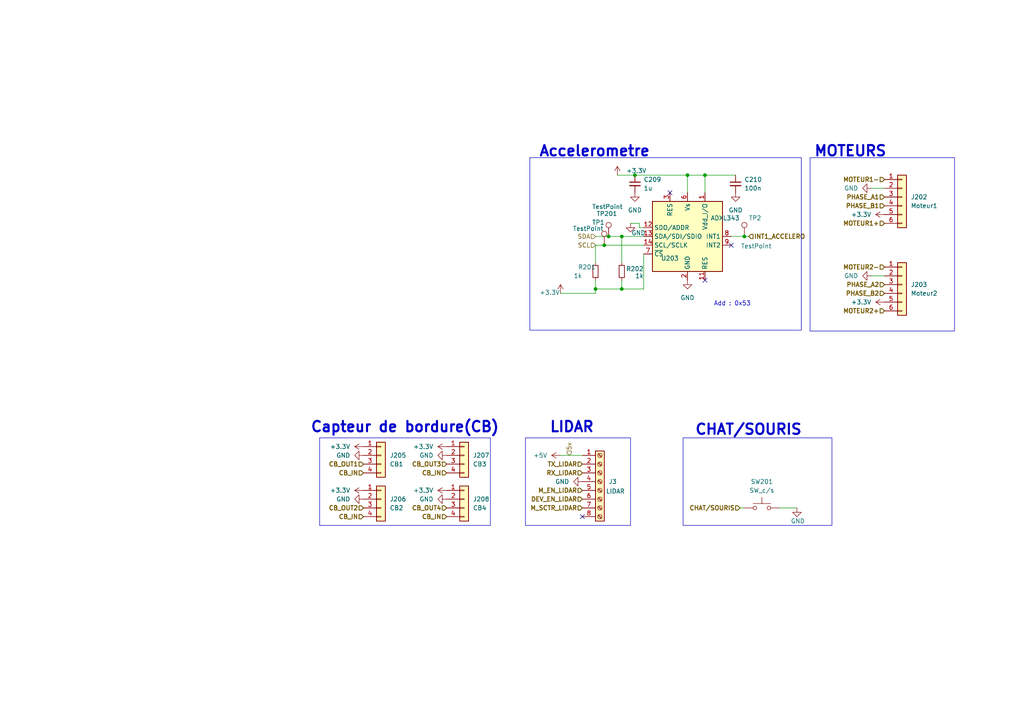
<source format=kicad_sch>
(kicad_sch (version 20231120) (generator "eeschema") (generator_version "8.0")
  (paper "A4")
  (title_block (title "ESE_BAHL") (date "2024-09-17") (rev "v1.09.24") (company "ENSEA"))
  (lib_symbols
    (symbol "+3.3V_1" (power) (pin_numbers hide) (pin_names (offset 0) hide)
      (property "Value" "+3.3V" (at 0 3.556 0))
      (symbol "+3.3V_1_0_1"
        (polyline (pts (xy -0.762 1.27) (xy 0 2.54)))
        (polyline (pts (xy 0 0) (xy 0 2.54)))
        (polyline (pts (xy 0 2.54) (xy 0.762 1.27)))
      )
      (symbol "+3.3V_1_1_1"
        (pin power_in line (at 0 0 90) (length 0) (name "~") (number "1"))
      )
    )
    (symbol "Connector:Screw_Terminal_01x08" (pin_names (offset 1.016) hide)
      (property "Reference" "J" (at 0 10.16 0))
      (property "Value" "Screw_Terminal_01x08" (at 0 -12.7 0))
      (symbol "Screw_Terminal_01x08_1_1"
        (rectangle (start -1.27 8.89) (end 1.27 -11.43) (stroke (width 0.254)) (fill (type background)))
        (circle (center 0 -10.16) (radius 0.635) (stroke (width 0.1524)))
        (circle (center 0 -7.62) (radius 0.635) (stroke (width 0.1524)))
        (circle (center 0 -5.08) (radius 0.635) (stroke (width 0.1524)))
        (circle (center 0 -2.54) (radius 0.635) (stroke (width 0.1524)))
        (polyline (pts (xy -0.5334 -9.8298) (xy 0.3302 -10.668)) (stroke (width 0.1524)))
        (polyline (pts (xy -0.5334 -7.2898) (xy 0.3302 -8.128)) (stroke (width 0.1524)))
        (polyline (pts (xy -0.5334 -4.7498) (xy 0.3302 -5.588)) (stroke (width 0.1524)))
        (polyline (pts (xy -0.5334 -2.2098) (xy 0.3302 -3.048)) (stroke (width 0.1524)))
        (polyline (pts (xy -0.5334 0.3302) (xy 0.3302 -0.508)) (stroke (width 0.1524)))
        (polyline (pts (xy -0.5334 2.8702) (xy 0.3302 2.032)) (stroke (width 0.1524)))
        (polyline (pts (xy -0.5334 5.4102) (xy 0.3302 4.572)) (stroke (width 0.1524)))
        (polyline (pts (xy -0.5334 7.9502) (xy 0.3302 7.112)) (stroke (width 0.1524)))
        (polyline (pts (xy -0.3556 -9.652) (xy 0.508 -10.4902)) (stroke (width 0.1524)))
        (polyline (pts (xy -0.3556 -7.112) (xy 0.508 -7.9502)) (stroke (width 0.1524)))
        (polyline (pts (xy -0.3556 -4.572) (xy 0.508 -5.4102)) (stroke (width 0.1524)))
        (polyline (pts (xy -0.3556 -2.032) (xy 0.508 -2.8702)) (stroke (width 0.1524)))
        (polyline (pts (xy -0.3556 0.508) (xy 0.508 -0.3302)) (stroke (width 0.1524)))
        (polyline (pts (xy -0.3556 3.048) (xy 0.508 2.2098)) (stroke (width 0.1524)))
        (polyline (pts (xy -0.3556 5.588) (xy 0.508 4.7498)) (stroke (width 0.1524)))
        (polyline (pts (xy -0.3556 8.128) (xy 0.508 7.2898)) (stroke (width 0.1524)))
        (circle (center 0 0) (radius 0.635) (stroke (width 0.1524)))
        (circle (center 0 2.54) (radius 0.635) (stroke (width 0.1524)))
        (circle (center 0 5.08) (radius 0.635) (stroke (width 0.1524)))
        (circle (center 0 7.62) (radius 0.635) (stroke (width 0.1524)))
        (pin passive line (at -5.08 7.62 0) (length 3.81) (name "Pin_1") (number "1"))
        (pin passive line (at -5.08 5.08 0) (length 3.81) (name "Pin_2") (number "2"))
        (pin passive line (at -5.08 2.54 0) (length 3.81) (name "Pin_3") (number "3"))
        (pin passive line (at -5.08 0 0) (length 3.81) (name "Pin_4") (number "4"))
        (pin passive line (at -5.08 -2.54 0) (length 3.81) (name "Pin_5") (number "5"))
        (pin passive line (at -5.08 -5.08 0) (length 3.81) (name "Pin_6") (number "6"))
        (pin passive line (at -5.08 -7.62 0) (length 3.81) (name "Pin_7") (number "7"))
        (pin passive line (at -5.08 -10.16 0) (length 3.81) (name "Pin_8") (number "8"))
      )
    )
    (symbol "Connector:TestPoint" (pin_numbers hide) (pin_names (offset 0.762) hide)
      (property "Reference" "TP" (at 0 6.858 0))
      (property "Value" "TestPoint" (at 0 5.08 0))
      (symbol "TestPoint_0_1"
        (circle (center 0 3.302) (radius 0.762))
      )
      (symbol "TestPoint_1_1"
        (pin passive line (at 0 0 90) (length 2.54) (name "1") (number "1"))
      )
    )
    (symbol "Connector_Generic:Conn_01x04" (pin_names (offset 1.016) hide)
      (property "Reference" "J" (at 0 5.08 0))
      (property "Value" "Conn_01x04" (at 0 -7.62 0))
      (symbol "Conn_01x04_1_1"
        (rectangle (start -1.27 -4.953) (end 0 -5.207) (stroke (width 0.1524)))
        (rectangle (start -1.27 -2.413) (end 0 -2.667) (stroke (width 0.1524)))
        (rectangle (start -1.27 0.127) (end 0 -0.127) (stroke (width 0.1524)))
        (rectangle (start -1.27 2.667) (end 0 2.413) (stroke (width 0.1524)))
        (rectangle (start -1.27 3.81) (end 1.27 -6.35) (stroke (width 0.254)) (fill (type background)))
        (pin passive line (at -5.08 2.54 0) (length 3.81) (name "Pin_1") (number "1"))
        (pin passive line (at -5.08 0 0) (length 3.81) (name "Pin_2") (number "2"))
        (pin passive line (at -5.08 -2.54 0) (length 3.81) (name "Pin_3") (number "3"))
        (pin passive line (at -5.08 -5.08 0) (length 3.81) (name "Pin_4") (number "4"))
      )
    )
    (symbol "Connector_Generic:Conn_01x06" (pin_names (offset 1.016) hide)
      (property "Reference" "J" (at 0 7.62 0))
      (property "Value" "Conn_01x06" (at 0 -10.16 0))
      (symbol "Conn_01x06_1_1"
        (rectangle (start -1.27 -7.493) (end 0 -7.747) (stroke (width 0.1524)))
        (rectangle (start -1.27 -4.953) (end 0 -5.207) (stroke (width 0.1524)))
        (rectangle (start -1.27 -2.413) (end 0 -2.667) (stroke (width 0.1524)))
        (rectangle (start -1.27 0.127) (end 0 -0.127) (stroke (width 0.1524)))
        (rectangle (start -1.27 2.667) (end 0 2.413) (stroke (width 0.1524)))
        (rectangle (start -1.27 5.207) (end 0 4.953) (stroke (width 0.1524)))
        (rectangle (start -1.27 6.35) (end 1.27 -8.89) (stroke (width 0.254)) (fill (type background)))
        (pin passive line (at -5.08 5.08 0) (length 3.81) (name "Pin_1") (number "1"))
        (pin passive line (at -5.08 2.54 0) (length 3.81) (name "Pin_2") (number "2"))
        (pin passive line (at -5.08 0 0) (length 3.81) (name "Pin_3") (number "3"))
        (pin passive line (at -5.08 -2.54 0) (length 3.81) (name "Pin_4") (number "4"))
        (pin passive line (at -5.08 -5.08 0) (length 3.81) (name "Pin_5") (number "5"))
        (pin passive line (at -5.08 -7.62 0) (length 3.81) (name "Pin_6") (number "6"))
      )
    )
    (symbol "Device:C_Small" (pin_numbers hide) (pin_names (offset 0.254) hide)
      (property "Reference" "C" (at 0.254 1.778 0))
      (property "Value" "C_Small" (at 0.254 -2.032 0))
      (symbol "C_Small_0_1"
        (polyline (pts (xy -1.524 -0.508) (xy 1.524 -0.508)) (stroke (width 0.3302)))
        (polyline (pts (xy -1.524 0.508) (xy 1.524 0.508)) (stroke (width 0.3048)))
      )
      (symbol "C_Small_1_1"
        (pin passive line (at 0 2.54 270) (length 2.032) (name "~") (number "1"))
        (pin passive line (at 0 -2.54 90) (length 2.032) (name "~") (number "2"))
      )
    )
    (symbol "Device:R_Small" (pin_numbers hide) (pin_names (offset 0.254) hide)
      (property "Reference" "R" (at 0.762 0.508 0))
      (property "Value" "R_Small" (at 0.762 -1.016 0))
      (symbol "R_Small_0_1"
        (rectangle (start -0.762 1.778) (end 0.762 -1.778) (stroke (width 0.2032)))
      )
      (symbol "R_Small_1_1"
        (pin passive line (at 0 2.54 270) (length 0.762) (name "~") (number "1"))
        (pin passive line (at 0 -2.54 90) (length 0.762) (name "~") (number "2"))
      )
    )
    (symbol "Sensor_Motion:ADXL343"
      (property "Reference" "U" (at -8.89 11.43 0))
      (property "Value" "ADXL343" (at -7.62 -11.43 0))
      (symbol "ADXL343_0_1"
        (rectangle (start -10.16 10.16) (end 10.16 -10.16) (stroke (width 0.254)) (fill (type background)))
      )
      (symbol "ADXL343_1_1"
        (pin power_in line (at 5.08 12.7 270) (length 2.54) (name "Vdd_I/O") (number "1"))
        (pin no_connect line (at -5.08 -10.16 90) (length 2.54) hide (name "NC") (number "10"))
        (pin passive line (at 5.08 -12.7 90) (length 2.54) (name "RES") (number "11"))
        (pin bidirectional line (at -12.7 2.54 0) (length 2.54) (name "SDO/ADDR") (number "12"))
        (pin bidirectional line (at -12.7 0 0) (length 2.54) (name "SDA/SDI/SDIO") (number "13"))
        (pin input line (at -12.7 -2.54 0) (length 2.54) (name "SCL/SCLK") (number "14"))
        (pin power_in line (at 0 -12.7 90) (length 2.54) (name "GND") (number "2"))
        (pin passive line (at -5.08 12.7 270) (length 2.54) (name "RES") (number "3"))
        (pin passive line (at 0 -12.7 90) (length 2.54) hide (name "GND") (number "4"))
        (pin passive line (at 0 -12.7 90) (length 2.54) hide (name "GND") (number "5"))
        (pin power_in line (at 0 12.7 270) (length 2.54) (name "Vs") (number "6"))
        (pin input line (at -12.7 -5.08 0) (length 2.54) (name "~{CS}") (number "7"))
        (pin output line (at 12.7 0 180) (length 2.54) (name "INT1") (number "8"))
        (pin output line (at 12.7 -2.54 180) (length 2.54) (name "INT2") (number "9"))
      )
    )
    (symbol "Switch:SW_Push" (pin_numbers hide) (pin_names (offset 1.016) hide)
      (property "Reference" "SW" (at 1.27 2.54 0))
      (property "Value" "SW_Push" (at 0 -1.524 0))
      (symbol "SW_Push_0_1"
        (circle (center -2.032 0) (radius 0.508))
        (polyline (pts (xy 0 1.27) (xy 0 3.048)))
        (polyline (pts (xy 2.54 1.27) (xy -2.54 1.27)))
        (circle (center 2.032 0) (radius 0.508))
        (pin passive line (at -5.08 0 0) (length 2.54) (name "1") (number "1"))
        (pin passive line (at 5.08 0 180) (length 2.54) (name "2") (number "2"))
      )
    )
    (symbol "power:+3.3V" (power) (pin_names (offset 0))
      (property "Value" "+3.3V" (at 0 3.556 0))
      (symbol "+3.3V_0_1"
        (polyline (pts (xy -0.762 1.27) (xy 0 2.54)))
        (polyline (pts (xy 0 0) (xy 0 2.54)))
        (polyline (pts (xy 0 2.54) (xy 0.762 1.27)))
      )
      (symbol "+3.3V_1_1"
        (pin power_in line (at 0 0 90) (length 0) hide (name "+3.3V") (number "1"))
      )
    )
    (symbol "power:+5V" (power) (pin_names (offset 0))
      (property "Value" "+5V" (at 0 3.556 0))
      (symbol "+5V_0_1"
        (polyline (pts (xy -0.762 1.27) (xy 0 2.54)))
        (polyline (pts (xy 0 0) (xy 0 2.54)))
        (polyline (pts (xy 0 2.54) (xy 0.762 1.27)))
      )
      (symbol "+5V_1_1"
        (pin power_in line (at 0 0 90) (length 0) hide (name "+5V") (number "1"))
      )
    )
    (symbol "power:GND" (power) (pin_names (offset 0))
      (property "Value" "GND" (at 0 -3.81 0))
      (symbol "GND_0_1"
        (polyline (pts (xy 0 0) (xy 0 -1.27) (xy 1.27 -1.27) (xy 0 -2.54) (xy -1.27 -1.27) (xy 0 -1.27)))
      )
      (symbol "GND_1_1"
        (pin power_in line (at 0 0 270) (length 0) hide (name "GND") (number "1"))
      )
    )
  )
  (junction (at 204.47 50.8))
  (junction (at 184.15 50.8))
  (junction (at 175.26 71.12))
  (junction (at 215.9 68.58))
  (junction (at 180.34 83.82))
  (junction (at 172.72 83.82))
  (junction (at 176.53 68.58))
  (junction (at 180.34 68.58))
  (junction (at 199.39 50.8))
  (no_connect (at 168.91 149.86))
  (no_connect (at 212.09 71.12))
  (no_connect (at 204.47 81.28))
  (no_connect (at 194.31 55.88))
  (wire (pts (xy 162.56 85.09) (xy 172.72 85.09)))
  (wire (pts (xy 199.39 50.8) (xy 204.47 50.8)))
  (wire (pts (xy 186.69 68.58) (xy 180.34 68.58)))
  (wire (pts (xy 179.07 50.8) (xy 184.15 50.8)))
  (wire (pts (xy 172.72 68.58) (xy 176.53 68.58)))
  (wire (pts (xy 186.69 71.12) (xy 175.26 71.12)))
  (wire (pts (xy 175.26 71.12) (xy 172.72 71.12)))
  (wire (pts (xy 182.88 64.77) (xy 185.42 64.77)))
  (wire (pts (xy 180.34 68.58) (xy 180.34 76.2)))
  (wire (pts (xy 172.72 71.12) (xy 172.72 76.2)))
  (wire (pts (xy 226.06 147.32) (xy 231.14 147.32)))
  (wire (pts (xy 199.39 50.8) (xy 184.15 50.8)))
  (wire (pts (xy 180.34 81.28) (xy 180.34 83.82)))
  (wire (pts (xy 204.47 55.88) (xy 204.47 50.8)))
  (wire (pts (xy 185.42 64.77) (xy 185.42 66.04)))
  (wire (pts (xy 172.72 83.82) (xy 180.34 83.82)))
  (wire (pts (xy 256.54 54.61) (xy 252.73 54.61)))
  (wire (pts (xy 215.9 68.58) (xy 212.09 68.58)))
  (wire (pts (xy 214.63 147.32) (xy 215.9 147.32)))
  (wire (pts (xy 199.39 55.88) (xy 199.39 50.8)))
  (wire (pts (xy 256.54 80.01) (xy 252.73 80.01)))
  (wire (pts (xy 176.53 68.58) (xy 180.34 68.58)))
  (wire (pts (xy 204.47 50.8) (xy 213.36 50.8)))
  (wire (pts (xy 186.69 73.66) (xy 186.69 83.82)))
  (wire (pts (xy 185.42 66.04) (xy 186.69 66.04)))
  (wire (pts (xy 172.72 85.09) (xy 172.72 83.82)))
  (wire (pts (xy 180.34 83.82) (xy 186.69 83.82)))
  (wire (pts (xy 172.72 83.82) (xy 172.72 81.28)))
  (wire (pts (xy 217.17 68.58) (xy 215.9 68.58)))
  (wire (pts (xy 162.56 132.08) (xy 168.91 132.08)))
  (rectangle (start 234.95 45.72) (end 276.86 96.012))
  (rectangle (start 153.67 45.72) (end 232.41 95.758))
  (rectangle (start 198.12 127) (end 241.3 152.4))
  (rectangle (start 92.71 127) (end 142.24 152.4))
  (rectangle (start 152.4 127) (end 182.88 152.4))
  (text "LIDAR" (at 159.258 125.73 0) (effects (font (size 3 3) (bold yes)) (justify left bottom)))
  (text "MOTEURS" (at 235.966 45.72 0) (effects (font (size 3 3) (bold yes)) (justify left bottom)))
  (text "Accelerometre" (at 156.21 45.72 0) (effects (font (size 3 3) (bold yes)) (justify left bottom)))
  (text "Capteur de bordure(CB)" (at 89.916 125.73 0) (effects (font (size 3 3) (bold yes)) (justify left bottom)))
  (text "Add : 0x53" (at 207.01 88.9 0) (effects (font (size 1.27 1.27)) (justify left bottom)))
  (text "CHAT/SOURIS" (at 201.422 126.492 0) (effects (font (size 3 3) (bold yes)) (justify left bottom)))
  (hierarchical_label "TX_LIDAR" (shape input) (at 168.91 134.62 180) (effects (font (bold yes))))
  (hierarchical_label "CHAT{slash}SOURIS" (shape input) (at 214.63 147.32 180) (effects (font (bold yes))))
  (hierarchical_label "CB_OUT3" (shape input) (at 129.54 134.62 180) (effects (font (bold yes))))
  (hierarchical_label "CB_IN" (shape input) (at 105.41 149.86 180) (effects (font (bold yes))))
  (hierarchical_label "CB_OUT1" (shape input) (at 105.41 134.62 180) (effects (font (bold yes))))
  (hierarchical_label "PHASE_B1" (shape input) (at 256.54 59.69 180) (effects (font (bold yes))))
  (hierarchical_label "PHASE_A1" (shape input) (at 256.54 57.15 180) (effects (font (bold yes))))
  (hierarchical_label "MOTEUR1-" (shape input) (at 256.54 52.07 180) (effects (font (thickness 0.254) (bold yes))))
  (hierarchical_label "CB_OUT2" (shape input) (at 105.41 147.32 180) (effects (font (bold yes))))
  (hierarchical_label "SDA" (shape input) (at 172.72 68.58 180))
  (hierarchical_label "CB_IN" (shape input) (at 105.41 137.16 180) (effects (font (bold yes))))
  (hierarchical_label "MOTEUR2-" (shape input) (at 256.54 77.47 180) (effects (font (thickness 0.254) (bold yes))))
  (hierarchical_label "SCL" (shape input) (at 172.72 71.12 180) (effects (font (thickness 0.1588))))
  (hierarchical_label "CB_IN" (shape input) (at 129.54 137.16 180) (effects (font (bold yes))))
  (hierarchical_label "PHASE_B2" (shape input) (at 256.54 85.09 180) (effects (font (bold yes))))
  (hierarchical_label "5v" (shape input) (at 165.1 132.08 90))
  (hierarchical_label "M_EN_LIDAR" (shape input) (at 168.91 142.24 180) (effects (font (bold yes))))
  (hierarchical_label "M_SCTR_LIDAR" (shape input) (at 168.91 147.32 180) (effects (font (bold yes))))
  (hierarchical_label "RX_LIDAR" (shape input) (at 168.91 137.16 180) (effects (font (bold yes))))
  (hierarchical_label "MOTEUR2+" (shape input) (at 256.54 90.17 180) (effects (font (thickness 0.254) (bold yes))))
  (hierarchical_label "PHASE_A2" (shape input) (at 256.54 82.55 180) (effects (font (bold yes))))
  (hierarchical_label "DEV_EN_LIDAR" (shape input) (at 168.91 144.78 180) (effects (font (bold yes))))
  (hierarchical_label "CB_IN" (shape input) (at 129.54 149.86 180) (effects (font (bold yes))))
  (hierarchical_label "CB_OUT4" (shape input) (at 129.54 147.32 180) (effects (font (bold yes))))
  (hierarchical_label "MOTEUR1+" (shape input) (at 256.54 64.77 180) (effects (font (thickness 0.254) (bold yes))))
  (hierarchical_label "INT1_ACCELERO" (shape input) (at 217.17 68.58 0) (effects (font (bold yes))))
  (symbol (lib_id "Connector_Generic:Conn_01x06") (at 261.62 82.55 0) (unit 1)
    (property "Reference" "J203" (at 264.16 82.55 0) (effects (justify left)))
    (property "Value" "Moteur2" (at 264.16 85.09 0) (effects (justify left)))
    (property "Footprint" "Connector_JST:JST_EH_B6B-EH-A_1x06_P2.50mm_Vertical" (effects (hide yes)))
  )
  (symbol (lib_id "power:GND") (at 129.54 144.78 270) (unit 1)
    (property "Reference" "#PWR0233" (effects (hide yes)))
    (property "Value" "GND" (at 125.73 144.78 90) (effects (justify right)))
  )
  (symbol (lib_id "power:GND") (at 252.73 54.61 270) (unit 1)
    (property "Reference" "#PWR0211" (effects (hide yes)))
    (property "Value" "GND" (at 248.92 54.61 90) (effects (justify right)))
  )
  (symbol (lib_id "power:GND") (at 129.54 132.08 270) (unit 1)
    (property "Reference" "#PWR0231" (effects (hide yes)))
    (property "Value" "GND" (at 125.73 132.08 90) (effects (justify right)))
  )
  (symbol (lib_id "power:+3.3V") (at 105.41 142.24 90) (mirror x) (unit 1)
    (property "Reference" "#PWR0224" (effects (hide yes)))
    (property "Value" "+3.3V" (at 101.6 142.24 90) (effects (justify left)))
  )
  (symbol (lib_name "+3.3V_1") (lib_id "power:+3.3V") (at 256.54 87.63 90) (unit 1)
    (property "Reference" "#PWR0218" (effects (hide yes)))
    (property "Value" "+3.3V" (at 252.73 87.6299 90) (effects (justify left)))
    (property "Description" "Power symbol creates a global label with name \"+3.3V\"" (effects (hide yes)))
  )
  (symbol (lib_id "Device:C_Small") (at 184.15 53.34 0) (mirror y) (unit 1)
    (property "Reference" "C209" (at 186.69 52.0762 0) (effects (justify right)))
    (property "Value" "1u" (at 186.69 54.6162 0) (effects (justify right)))
    (property "Footprint" "Capacitor_SMD:C_0402_1005Metric_Pad0.74x0.62mm_HandSolder" (effects (hide yes)))
  )
  (symbol (lib_id "power:+3.3V") (at 129.54 142.24 90) (mirror x) (unit 1)
    (property "Reference" "#PWR0232" (effects (hide yes)))
    (property "Value" "+3.3V" (at 125.73 142.24 90) (effects (justify left)))
  )
  (symbol (lib_id "power:GND") (at 252.73 80.01 270) (unit 1)
    (property "Reference" "#PWR0212" (effects (hide yes)))
    (property "Value" "GND" (at 248.92 80.01 90) (effects (justify right)))
  )
  (symbol (lib_id "power:GND") (at 213.36 55.88 0) (mirror y) (unit 1)
    (property "Reference" "#PWR0235" (effects (hide yes)))
    (property "Value" "GND" (at 213.36 60.96 0))
  )
  (symbol (lib_id "Switch:SW_Push") (at 220.98 147.32 0) (unit 1)
    (property "Reference" "SW201" (at 220.98 139.7 0))
    (property "Value" "SW_c/s" (at 220.98 142.24 0))
    (property "Footprint" "Button_Switch_SMD:SW_Push_1P1T_NO_6x6mm_H9.5mm" (effects (hide yes)))
    (property "Description" "Push button switch, generic, two pins" (effects (hide yes)))
  )
  (symbol (lib_id "Device:R_Small") (at 172.72 78.74 0) (unit 1)
    (property "Reference" "R201" (at 167.64 77.47 0) (effects (justify left)))
    (property "Value" "1k" (at 166.37 80.01 0) (effects (justify left)))
    (property "Footprint" "Resistor_SMD:R_0402_1005Metric_Pad0.72x0.64mm_HandSolder" (effects (hide yes)))
  )
  (symbol (lib_id "Connector_Generic:Conn_01x04") (at 134.62 144.78 0) (unit 1)
    (property "Reference" "J208" (at 137.16 144.78 0) (effects (justify left)))
    (property "Value" "CB4" (at 137.16 147.32 0) (effects (justify left)))
    (property "Footprint" "Connector_JST:JST_EH_B4B-EH-A_1x04_P2.50mm_Vertical" (effects (hide yes)))
  )
  (symbol (lib_id "power:GND") (at 231.14 147.32 0) (unit 1)
    (property "Reference" "#PWR0221" (effects (hide yes)))
    (property "Value" "GND" (at 231.394 151.13 0))
  )
  (symbol (lib_id "power:+3.3V") (at 179.07 50.8 0) (mirror y) (unit 1)
    (property "Reference" "#PWR0226" (effects (hide yes)))
    (property "Value" "+3.3V" (at 181.61 49.5299 0) (effects (justify right)))
  )
  (symbol (lib_id "Sensor_Motion:ADXL343") (at 199.39 68.58 0) (unit 1)
    (property "Reference" "U203" (at 194.31 74.93 0))
    (property "Value" "ADXL343" (at 210.312 63.246 0))
    (property "Footprint" "Package_LGA:LGA-14_3x5mm_P0.8mm_LayoutBorder1x6y" (effects (hide yes)))
    (property "Datasheet" "https://www.analog.com/media/en/technical-documentation/data-sheets/ADXL343.pdf" (effects (hide yes)))
  )
  (symbol (lib_id "power:+3.3V") (at 105.41 129.54 90) (mirror x) (unit 1)
    (property "Reference" "#PWR0222" (effects (hide yes)))
    (property "Value" "+3.3V" (at 101.6 129.54 90) (effects (justify left)))
  )
  (symbol (lib_id "Connector_Generic:Conn_01x06") (at 261.62 57.15 0) (unit 1)
    (property "Reference" "J202" (at 264.16 57.15 0) (effects (justify left)))
    (property "Value" "Moteur1" (at 264.16 59.69 0) (effects (justify left)))
    (property "Footprint" "Connector_JST:JST_EH_B6B-EH-A_1x06_P2.50mm_Vertical" (effects (hide yes)))
  )
  (symbol (lib_id "Connector:TestPoint") (at 175.26 71.12 0) (unit 1)
    (property "Reference" "TP1" (at 171.704 64.516 0) (effects (justify left)))
    (property "Value" "TestPoint" (at 166.116 66.294 0) (effects (justify left)))
    (property "Footprint" "TestPoint:TestPoint_Pad_D1.0mm" (effects (hide yes)))
    (property "Description" "test point" (effects (hide yes)))
  )
  (symbol (lib_id "Connector_Generic:Conn_01x04") (at 110.49 144.78 0) (unit 1)
    (property "Reference" "J206" (at 113.03 144.78 0) (effects (justify left)))
    (property "Value" "CB2" (at 113.03 147.32 0) (effects (justify left)))
    (property "Footprint" "Connector_JST:JST_EH_B4B-EH-A_1x04_P2.50mm_Vertical" (effects (hide yes)))
  )
  (symbol (lib_id "power:GND") (at 105.41 132.08 270) (unit 1)
    (property "Reference" "#PWR0223" (effects (hide yes)))
    (property "Value" "GND" (at 101.6 132.08 90) (effects (justify right)))
  )
  (symbol (lib_id "Connector_Generic:Conn_01x04") (at 110.49 132.08 0) (unit 1)
    (property "Reference" "J205" (at 113.03 132.08 0) (effects (justify left)))
    (property "Value" "CB1" (at 113.03 134.62 0) (effects (justify left)))
    (property "Footprint" "Connector_JST:JST_EH_B4B-EH-A_1x04_P2.50mm_Vertical" (effects (hide yes)))
  )
  (symbol (lib_id "power:+3.3V") (at 129.54 129.54 90) (mirror x) (unit 1)
    (property "Reference" "#PWR0230" (effects (hide yes)))
    (property "Value" "+3.3V" (at 125.73 129.54 90) (effects (justify left)))
  )
  (symbol (lib_id "Connector:TestPoint") (at 215.9 68.58 0) (unit 1)
    (property "Reference" "TP2" (at 217.17 63.246 0) (effects (justify left)))
    (property "Value" "TestPoint" (at 214.884 71.374 0) (effects (justify left)))
    (property "Footprint" "TestPoint:TestPoint_Pad_D1.0mm" (effects (hide yes)))
    (property "Description" "test point" (effects (hide yes)))
  )
  (symbol (lib_id "power:+3.3V") (at 162.56 85.09 0) (mirror y) (unit 1)
    (property "Reference" "#PWR0227" (effects (hide yes)))
    (property "Value" "+3.3V" (at 156.464 84.836 0) (effects (justify right)))
  )
  (symbol (lib_id "power:GND") (at 199.39 81.28 0) (unit 1)
    (property "Reference" "#PWR0234" (effects (hide yes)))
    (property "Value" "GND" (at 199.39 86.36 0))
  )
  (symbol (lib_id "Connector:Screw_Terminal_01x08") (at 173.99 139.7 0) (unit 1)
    (property "Reference" "J3" (at 176.53 139.6999 0) (effects (justify left)))
    (property "Value" "LIDAR" (at 175.768 142.494 0) (effects (justify left)))
    (property "Description" "Generic screw terminal, single row, 01x08, script generated (kicad-library-utils/schlib/autogen/connector/)" (effects (hide yes)))
  )
  (symbol (lib_id "power:GND") (at 184.15 55.88 0) (mirror y) (unit 1)
    (property "Reference" "#PWR0228" (effects (hide yes)))
    (property "Value" "GND" (at 184.15 60.96 0))
  )
  (symbol (lib_id "power:GND") (at 182.88 64.77 0) (mirror y) (unit 1)
    (property "Reference" "#PWR0229" (effects (hide yes)))
    (property "Value" "GND" (at 183.134 67.564 0) (effects (justify right)))
  )
  (symbol (lib_id "power:+5V") (at 162.56 132.08 90) (unit 1)
    (property "Reference" "#PWR0219" (effects (hide yes)))
    (property "Value" "+5V" (at 158.75 132.08 90) (effects (justify left)))
  )
  (symbol (lib_id "Device:R_Small") (at 180.34 78.74 0) (mirror y) (unit 1)
    (property "Reference" "R202" (at 186.69 77.978 0) (effects (justify left)))
    (property "Value" "1k" (at 186.69 80.01 0) (effects (justify left)))
    (property "Footprint" "Resistor_SMD:R_0402_1005Metric_Pad0.72x0.64mm_HandSolder" (effects (hide yes)))
  )
  (symbol (lib_id "Connector:TestPoint") (at 176.53 68.58 0) (unit 1)
    (property "Reference" "TP201" (at 172.974 61.976 0) (effects (justify left)))
    (property "Value" "TestPoint" (at 171.704 59.944 0) (effects (justify left)))
    (property "Footprint" "TestPoint:TestPoint_Pad_D1.0mm" (effects (hide yes)))
    (property "Description" "test point" (effects (hide yes)))
  )
  (symbol (lib_name "+3.3V_1") (lib_id "power:+3.3V") (at 256.54 62.23 90) (unit 1)
    (property "Reference" "#PWR0217" (effects (hide yes)))
    (property "Value" "+3.3V" (at 252.73 62.2299 90) (effects (justify left)))
    (property "Description" "Power symbol creates a global label with name \"+3.3V\"" (effects (hide yes)))
  )
  (symbol (lib_id "Connector_Generic:Conn_01x04") (at 134.62 132.08 0) (unit 1)
    (property "Reference" "J207" (at 137.16 132.08 0) (effects (justify left)))
    (property "Value" "CB3" (at 137.16 134.62 0) (effects (justify left)))
    (property "Footprint" "Connector_JST:JST_EH_B4B-EH-A_1x04_P2.50mm_Vertical" (effects (hide yes)))
  )
  (symbol (lib_id "power:GND") (at 105.41 144.78 270) (unit 1)
    (property "Reference" "#PWR0225" (effects (hide yes)))
    (property "Value" "GND" (at 101.6 144.78 90) (effects (justify right)))
  )
  (symbol (lib_id "power:GND") (at 168.91 139.7 270) (unit 1)
    (property "Reference" "#PWR0220" (effects (hide yes)))
    (property "Value" "GND" (at 165.1 139.7 90) (effects (justify right)))
  )
  (symbol (lib_id "Device:C_Small") (at 213.36 53.34 0) (mirror y) (unit 1)
    (property "Reference" "C210" (at 215.9 52.0762 0) (effects (justify right)))
    (property "Value" "100n" (at 215.9 54.6162 0) (effects (justify right)))
    (property "Footprint" "Capacitor_SMD:C_0402_1005Metric_Pad0.74x0.62mm_HandSolder" (effects (hide yes)))
  )
)
</source>
